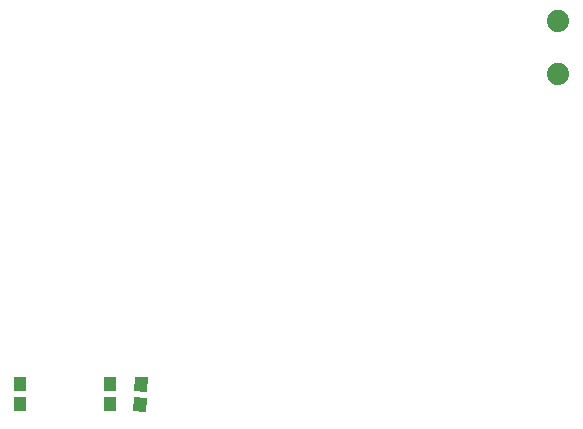
<source format=gbp>
G04 MADE WITH FRITZING*
G04 WWW.FRITZING.ORG*
G04 DOUBLE SIDED*
G04 HOLES PLATED*
G04 CONTOUR ON CENTER OF CONTOUR VECTOR*
%ASAXBY*%
%FSLAX23Y23*%
%MOIN*%
%OFA0B0*%
%SFA1.0B1.0*%
%ADD10C,0.074000*%
%ADD11R,0.043307X0.047244*%
%LNPASTEMASK0*%
G90*
G70*
G54D10*
X1976Y2487D03*
X1976Y2309D03*
G54D11*
X484Y1275D03*
X484Y1208D03*
X184Y1275D03*
X184Y1208D03*
G36*
X565Y1300D02*
X608Y1298D01*
X606Y1251D01*
X563Y1253D01*
X565Y1300D01*
G37*
D02*
G36*
X562Y1233D02*
X606Y1231D01*
X604Y1184D01*
X561Y1186D01*
X562Y1233D01*
G37*
D02*
G04 End of PasteMask0*
M02*
</source>
